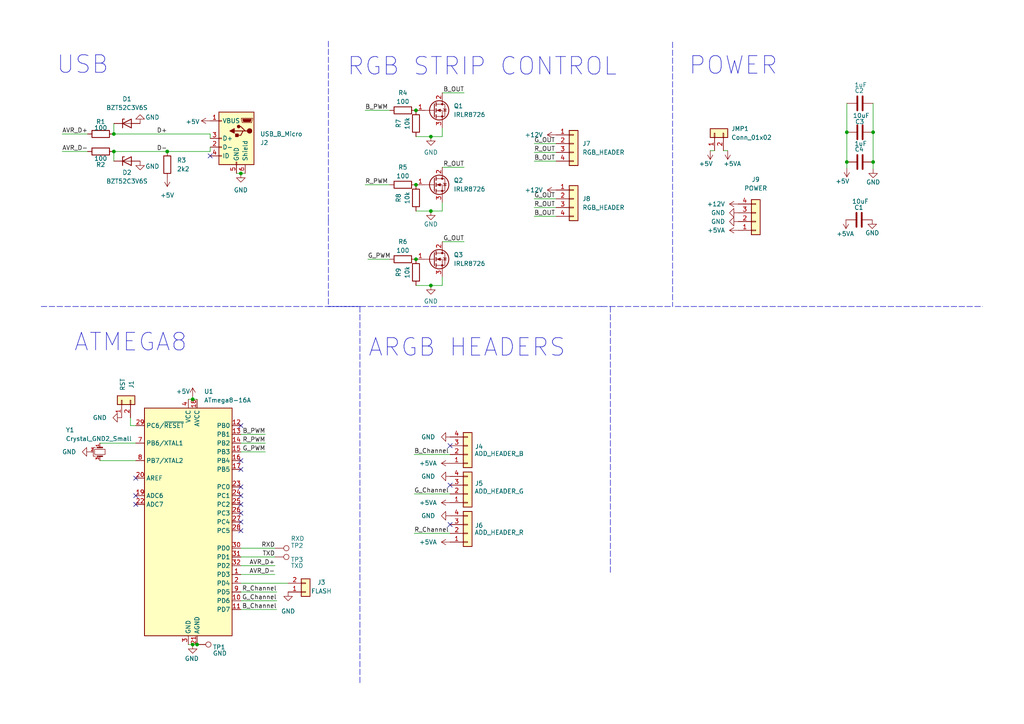
<source format=kicad_sch>
(kicad_sch (version 20211123) (generator eeschema)
  (paper "A4")
  (title_block (title "BlinkStick Advanced") (date "2022-12-22") (rev "1.0") (company "Agile Inovative Ltd & Foxdogface"))
  (lib_symbols
    (symbol "Connector:TestPoint" (pin_numbers hide) (pin_names (offset 0.762) hide)
      (property "Reference" "TP" (at 0 6.858 0))
      (property "Value" "TestPoint" (at 0 5.08 0))
      (symbol "TestPoint_0_1"
        (circle (center 0 3.302) (radius 0.762))
      )
      (symbol "TestPoint_1_1"
        (pin passive line (at 0 0 90) (length 2.54) (name "1") (number "1"))
      )
    )
    (symbol "Connector:USB_B_Micro" (pin_names (offset 1.016))
      (property "Reference" "J" (at -5.08 11.43 0))
      (property "Value" "USB_B_Micro" (at -5.08 8.89 0))
      (symbol "USB_B_Micro_0_1"
        (rectangle (start -5.08 -7.62) (end 5.08 7.62) (stroke (width 0.254)) (fill (type background)))
        (circle (center -3.81 2.159) (radius 0.635) (stroke (width 0.254)) (fill (type outline)))
        (circle (center -0.635 3.429) (radius 0.381) (stroke (width 0.254)) (fill (type outline)))
        (rectangle (start -0.127 -7.62) (end 0.127 -6.858))
        (polyline (pts (xy -1.905 2.159) (xy 0.635 2.159)) (stroke (width 0.254)))
        (polyline (pts (xy -3.175 2.159) (xy -2.54 2.159) (xy -1.27 3.429) (xy -0.635 3.429)) (stroke (width 0.254)))
        (polyline (pts (xy -2.54 2.159) (xy -1.905 2.159) (xy -1.27 0.889) (xy 0 0.889)) (stroke (width 0.254)))
        (polyline (pts (xy 0.635 2.794) (xy 0.635 1.524) (xy 1.905 2.159) (xy 0.635 2.794)) (stroke (width 0.254)) (fill (type outline)))
        (polyline (pts (xy -4.318 5.588) (xy -1.778 5.588) (xy -2.032 4.826) (xy -4.064 4.826) (xy -4.318 5.588)) (fill (type outline)))
        (polyline (pts (xy -4.699 5.842) (xy -4.699 5.588) (xy -4.445 4.826) (xy -4.445 4.572) (xy -1.651 4.572) (xy -1.651 4.826) (xy -1.397 5.588) (xy -1.397 5.842) (xy -4.699 5.842)))
        (rectangle (start 0.254 1.27) (end -0.508 0.508) (stroke (width 0.254)) (fill (type outline)))
        (rectangle (start 5.08 -5.207) (end 4.318 -4.953))
        (rectangle (start 5.08 -2.667) (end 4.318 -2.413))
        (rectangle (start 5.08 -0.127) (end 4.318 0.127))
        (rectangle (start 5.08 4.953) (end 4.318 5.207))
      )
      (symbol "USB_B_Micro_1_1"
        (pin power_out line (at 7.62 5.08 180) (length 2.54) (name "VBUS") (number "1"))
        (pin bidirectional line (at 7.62 -2.54 180) (length 2.54) (name "D-") (number "2"))
        (pin bidirectional line (at 7.62 0 180) (length 2.54) (name "D+") (number "3"))
        (pin passive line (at 7.62 -5.08 180) (length 2.54) (name "ID") (number "4"))
        (pin power_out line (at 0 -10.16 90) (length 2.54) (name "GND") (number "5"))
        (pin passive line (at -2.54 -10.16 90) (length 2.54) (name "Shield") (number "6"))
      )
    )
    (symbol "Connector_Generic:Conn_01x02" (pin_names (offset 1.016) hide)
      (property "Reference" "J" (at 0 2.54 0))
      (property "Value" "Conn_01x02" (at 0 -5.08 0))
      (symbol "Conn_01x02_1_1"
        (rectangle (start -1.27 -2.413) (end 0 -2.667) (stroke (width 0.1524)))
        (rectangle (start -1.27 0.127) (end 0 -0.127) (stroke (width 0.1524)))
        (rectangle (start -1.27 1.27) (end 1.27 -3.81) (stroke (width 0.254)) (fill (type background)))
        (pin passive line (at -5.08 0 0) (length 3.81) (name "Pin_1") (number "1"))
        (pin passive line (at -5.08 -2.54 0) (length 3.81) (name "Pin_2") (number "2"))
      )
    )
    (symbol "Connector_Generic:Conn_01x04" (pin_names (offset 1.016) hide)
      (property "Reference" "J" (at 0 5.08 0))
      (property "Value" "Conn_01x04" (at 0 -7.62 0))
      (symbol "Conn_01x04_1_1"
        (rectangle (start -1.27 -4.953) (end 0 -5.207) (stroke (width 0.1524)))
        (rectangle (start -1.27 -2.413) (end 0 -2.667) (stroke (width 0.1524)))
        (rectangle (start -1.27 0.127) (end 0 -0.127) (stroke (width 0.1524)))
        (rectangle (start -1.27 2.667) (end 0 2.413) (stroke (width 0.1524)))
        (rectangle (start -1.27 3.81) (end 1.27 -6.35) (stroke (width 0.254)) (fill (type background)))
        (pin passive line (at -5.08 2.54 0) (length 3.81) (name "Pin_1") (number "1"))
        (pin passive line (at -5.08 0 0) (length 3.81) (name "Pin_2") (number "2"))
        (pin passive line (at -5.08 -2.54 0) (length 3.81) (name "Pin_3") (number "3"))
        (pin passive line (at -5.08 -5.08 0) (length 3.81) (name "Pin_4") (number "4"))
      )
    )
    (symbol "Device:C" (pin_numbers hide) (pin_names (offset 0.254))
      (property "Reference" "C" (at 0.635 2.54 0))
      (property "Value" "C" (at 0.635 -2.54 0))
      (symbol "C_0_1"
        (polyline (pts (xy -2.032 -0.762) (xy 2.032 -0.762)) (stroke (width 0.508)))
        (polyline (pts (xy -2.032 0.762) (xy 2.032 0.762)) (stroke (width 0.508)))
      )
      (symbol "C_1_1"
        (pin passive line (at 0 3.81 270) (length 2.794) (name "~") (number "1"))
        (pin passive line (at 0 -3.81 90) (length 2.794) (name "~") (number "2"))
      )
    )
    (symbol "Device:Crystal_GND2_Small" (pin_names (offset 1.016) hide)
      (property "Reference" "Y" (at 0 5.08 0))
      (property "Value" "Crystal_GND2_Small" (at 0 3.175 0))
      (symbol "Crystal_GND2_Small_0_1"
        (rectangle (start -0.762 -1.524) (end 0.762 1.524))
        (polyline (pts (xy -1.27 -0.762) (xy -1.27 0.762)) (stroke (width 0.381)))
        (polyline (pts (xy 1.27 -0.762) (xy 1.27 0.762)) (stroke (width 0.381)))
        (polyline (pts (xy -1.27 -1.27) (xy -1.27 -1.905) (xy 1.27 -1.905) (xy 1.27 -1.27)))
      )
      (symbol "Crystal_GND2_Small_1_1"
        (pin passive line (at -2.54 0 0) (length 1.27) (name "1") (number "1"))
        (pin passive line (at 0 -2.54 90) (length 0.635) (name "2") (number "2"))
        (pin passive line (at 2.54 0 180) (length 1.27) (name "3") (number "3"))
      )
    )
    (symbol "Device:R" (pin_numbers hide) (pin_names (offset 0))
      (property "Reference" "R" (at 2.032 0 90))
      (property "Value" "R" (at 0 0 90))
      (symbol "R_0_1"
        (rectangle (start -1.016 -2.54) (end 1.016 2.54) (stroke (width 0.254)))
      )
      (symbol "R_1_1"
        (pin passive line (at 0 3.81 270) (length 1.27) (name "~") (number "1"))
        (pin passive line (at 0 -3.81 90) (length 1.27) (name "~") (number "2"))
      )
    )
    (symbol "Diode:BZT52Bxx" (pin_numbers hide) (pin_names (offset 1.016) hide)
      (property "Reference" "D" (at 0 2.54 0))
      (property "Value" "BZT52Bxx" (at 0 -2.54 0))
      (symbol "BZT52Bxx_0_1"
        (polyline (pts (xy 1.27 0) (xy -1.27 0)))
        (polyline (pts (xy -1.27 -1.27) (xy -1.27 1.27) (xy -0.762 1.27)) (stroke (width 0.254)))
        (polyline (pts (xy 1.27 -1.27) (xy 1.27 1.27) (xy -1.27 0) (xy 1.27 -1.27)) (stroke (width 0.254)))
      )
      (symbol "BZT52Bxx_1_1"
        (pin passive line (at -3.81 0 0) (length 2.54) (name "K") (number "1"))
        (pin passive line (at 3.81 0 180) (length 2.54) (name "A") (number "2"))
      )
    )
    (symbol "GND_1" (power) (pin_names (offset 0))
      (property "Value" "GND_1" (at 0 -3.81 0))
      (symbol "GND_1_0_1"
        (polyline (pts (xy 0 0) (xy 0 -1.27) (xy 1.27 -1.27) (xy 0 -2.54) (xy -1.27 -1.27) (xy 0 -1.27)))
      )
      (symbol "GND_1_1_1"
        (pin power_in line (at 0 0 270) (length 0) hide (name "GND") (number "1"))
      )
    )
    (symbol "MCU_Microchip_ATmega:ATmega8-16A"
      (property "Reference" "U" (at -12.7 34.29 0))
      (property "Value" "ATmega8-16A" (at 5.08 -34.29 0))
      (symbol "ATmega8-16A_0_1"
        (rectangle (start -12.7 -33.02) (end 12.7 33.02) (stroke (width 0.254)) (fill (type background)))
      )
      (symbol "ATmega8-16A_1_1"
        (pin bidirectional line (at 15.24 -15.24 180) (length 2.54) (name "PD3") (number "1"))
        (pin bidirectional line (at 15.24 -22.86 180) (length 2.54) (name "PD6") (number "10"))
        (pin bidirectional line (at 15.24 -25.4 180) (length 2.54) (name "PD7") (number "11"))
        (pin bidirectional line (at 15.24 27.94 180) (length 2.54) (name "PB0") (number "12"))
        (pin bidirectional line (at 15.24 25.4 180) (length 2.54) (name "PB1") (number "13"))
        (pin bidirectional line (at 15.24 22.86 180) (length 2.54) (name "PB2") (number "14"))
        (pin bidirectional line (at 15.24 20.32 180) (length 2.54) (name "PB3") (number "15"))
        (pin bidirectional line (at 15.24 17.78 180) (length 2.54) (name "PB4") (number "16"))
        (pin bidirectional line (at 15.24 15.24 180) (length 2.54) (name "PB5") (number "17"))
        (pin power_in line (at 2.54 35.56 270) (length 2.54) (name "AVCC") (number "18"))
        (pin input line (at -15.24 7.62 0) (length 2.54) (name "ADC6") (number "19"))
        (pin bidirectional line (at 15.24 -17.78 180) (length 2.54) (name "PD4") (number "2"))
        (pin passive line (at -15.24 12.7 0) (length 2.54) (name "AREF") (number "20"))
        (pin power_in line (at 2.54 -35.56 90) (length 2.54) (name "AGND") (number "21"))
        (pin input line (at -15.24 5.08 0) (length 2.54) (name "ADC7") (number "22"))
        (pin bidirectional line (at 15.24 10.16 180) (length 2.54) (name "PC0") (number "23"))
        (pin bidirectional line (at 15.24 7.62 180) (length 2.54) (name "PC1") (number "24"))
        (pin bidirectional line (at 15.24 5.08 180) (length 2.54) (name "PC2") (number "25"))
        (pin bidirectional line (at 15.24 2.54 180) (length 2.54) (name "PC3") (number "26"))
        (pin bidirectional line (at 15.24 0 180) (length 2.54) (name "PC4") (number "27"))
        (pin bidirectional line (at 15.24 -2.54 180) (length 2.54) (name "PC5") (number "28"))
        (pin bidirectional line (at -15.24 27.94 0) (length 2.54) (name "PC6/~{RESET}") (number "29"))
        (pin power_in line (at 0 -35.56 90) (length 2.54) (name "GND") (number "3"))
        (pin bidirectional line (at 15.24 -7.62 180) (length 2.54) (name "PD0") (number "30"))
        (pin bidirectional line (at 15.24 -10.16 180) (length 2.54) (name "PD1") (number "31"))
        (pin bidirectional line (at 15.24 -12.7 180) (length 2.54) (name "PD2") (number "32"))
        (pin power_in line (at 0 35.56 270) (length 2.54) (name "VCC") (number "4"))
        (pin passive line (at 0 -35.56 90) (length 2.54) hide (name "GND") (number "5"))
        (pin passive line (at 0 35.56 270) (length 2.54) hide (name "VCC") (number "6"))
        (pin bidirectional line (at -15.24 22.86 0) (length 2.54) (name "PB6/XTAL1") (number "7"))
        (pin bidirectional line (at -15.24 17.78 0) (length 2.54) (name "PB7/XTAL2") (number "8"))
        (pin bidirectional line (at 15.24 -20.32 180) (length 2.54) (name "PD5") (number "9"))
      )
    )
    (symbol "Transistor_FET:IRLR8726" (pin_names hide)
      (property "Reference" "Q" (at 5.08 1.905 0))
      (property "Value" "IRLR8726" (at 5.08 0 0))
      (symbol "IRLR8726_0_1"
        (polyline (pts (xy 0.254 0) (xy -2.54 0)))
        (polyline (pts (xy 0.254 1.905) (xy 0.254 -1.905)) (stroke (width 0.254)))
        (polyline (pts (xy 0.762 -1.27) (xy 0.762 -2.286)) (stroke (width 0.254)))
        (polyline (pts (xy 0.762 0.508) (xy 0.762 -0.508)) (stroke (width 0.254)))
        (polyline (pts (xy 0.762 2.286) (xy 0.762 1.27)) (stroke (width 0.254)))
        (polyline (pts (xy 2.54 2.54) (xy 2.54 1.778)))
        (polyline (pts (xy 2.54 -2.54) (xy 2.54 0) (xy 0.762 0)))
        (polyline (pts (xy 0.762 -1.778) (xy 3.302 -1.778) (xy 3.302 1.778) (xy 0.762 1.778)))
        (polyline (pts (xy 1.016 0) (xy 2.032 0.381) (xy 2.032 -0.381) (xy 1.016 0)) (fill (type outline)))
        (polyline (pts (xy 2.794 0.508) (xy 2.921 0.381) (xy 3.683 0.381) (xy 3.81 0.254)))
        (polyline (pts (xy 3.302 0.381) (xy 2.921 -0.254) (xy 3.683 -0.254) (xy 3.302 0.381)))
        (circle (center 1.651 0) (radius 2.794) (stroke (width 0.254)))
        (circle (center 2.54 -1.778) (radius 0.254) (fill (type outline)))
        (circle (center 2.54 1.778) (radius 0.254) (fill (type outline)))
      )
      (symbol "IRLR8726_1_1"
        (pin passive line (at -5.08 0 0) (length 2.54) (name "G") (number "1"))
        (pin passive line (at 2.54 5.08 270) (length 2.54) (name "D") (number "2"))
        (pin passive line (at 2.54 -5.08 90) (length 2.54) (name "S") (number "3"))
      )
    )
    (symbol "power:+12V" (power) (pin_names (offset 0))
      (property "Value" "+12V" (at 0 3.556 0))
      (symbol "+12V_0_1"
        (polyline (pts (xy -0.762 1.27) (xy 0 2.54)))
        (polyline (pts (xy 0 0) (xy 0 2.54)))
        (polyline (pts (xy 0 2.54) (xy 0.762 1.27)))
      )
      (symbol "+12V_1_1"
        (pin power_in line (at 0 0 90) (length 0) hide (name "+12V") (number "1"))
      )
    )
    (symbol "power:+5V" (power) (pin_names (offset 0))
      (property "Value" "+5V" (at 0 3.556 0))
      (symbol "+5V_0_1"
        (polyline (pts (xy -0.762 1.27) (xy 0 2.54)))
        (polyline (pts (xy 0 0) (xy 0 2.54)))
        (polyline (pts (xy 0 2.54) (xy 0.762 1.27)))
      )
      (symbol "+5V_1_1"
        (pin power_in line (at 0 0 90) (length 0) hide (name "+5V") (number "1"))
      )
    )
    (symbol "power:+5VA" (power) (pin_names (offset 0))
      (property "Value" "+5VA" (at 0 3.556 0))
      (symbol "+5VA_0_1"
        (polyline (pts (xy -0.762 1.27) (xy 0 2.54)))
        (polyline (pts (xy 0 0) (xy 0 2.54)))
        (polyline (pts (xy 0 2.54) (xy 0.762 1.27)))
      )
      (symbol "+5VA_1_1"
        (pin power_in line (at 0 0 90) (length 0) hide (name "+5VA") (number "1"))
      )
    )
    (symbol "power:GND" (power) (pin_names (offset 0))
      (property "Value" "GND" (at 0 -3.81 0))
      (symbol "GND_0_1"
        (polyline (pts (xy 0 0) (xy 0 -1.27) (xy 1.27 -1.27) (xy 0 -2.54) (xy -1.27 -1.27) (xy 0 -1.27)))
      )
      (symbol "GND_1_1"
        (pin power_in line (at 0 0 270) (length 0) hide (name "GND") (number "1"))
      )
    )
  )
  (junction (at 124.968 39.624))
  (junction (at 253.238 46.99))
  (junction (at 33.02 43.942))
  (junction (at 120.65 53.594))
  (junction (at 120.65 32.004))
  (junction (at 245.618 46.99))
  (junction (at 55.88 115.824))
  (junction (at 253.238 38.354))
  (junction (at 69.85 50.292))
  (junction (at 48.514 43.942))
  (junction (at 124.968 82.804))
  (junction (at 245.618 38.354))
  (junction (at 33.02 38.862))
  (junction (at 57.15 186.944))
  (junction (at 120.65 75.184))
  (junction (at 55.88 186.944))
  (junction (at 124.968 61.214))
  (no_connect (at 130.556 152.146))
  (no_connect (at 130.556 140.716))
  (no_connect (at 130.556 129.286))
  (no_connect (at 60.96 45.212))
  (no_connect (at 69.85 151.384))
  (no_connect (at 69.85 146.304))
  (no_connect (at 69.85 148.844))
  (no_connect (at 69.85 143.764))
  (no_connect (at 69.85 153.924))
  (no_connect (at 39.37 146.304))
  (no_connect (at 39.37 143.764))
  (no_connect (at 39.37 138.684))
  (no_connect (at 69.85 141.224))
  (no_connect (at 69.85 136.144))
  (no_connect (at 69.85 133.604))
  (no_connect (at 69.85 123.444))
  (wire (pts (xy 69.85 159.004) (xy 79.756 159.004)))
  (wire (pts (xy 120.142 154.686) (xy 130.556 154.686)))
  (wire (pts (xy 37.846 123.444) (xy 39.37 123.444)))
  (wire (pts (xy 69.85 164.084) (xy 79.756 164.084)))
  (wire (pts (xy 253.238 29.972) (xy 253.238 38.354)))
  (wire (pts (xy 28.956 133.604) (xy 39.37 133.604)))
  (polyline (pts (xy 195.072 12.192) (xy 195.072 88.9)))
  (wire (pts (xy 124.968 39.624) (xy 128.27 39.624)))
  (wire (pts (xy 33.02 46.736) (xy 33.02 43.942)))
  (wire (pts (xy 154.94 46.736) (xy 161.29 46.736)))
  (wire (pts (xy 154.94 60.198) (xy 161.29 60.198)))
  (wire (pts (xy 25.4 43.942) (xy 18.034 43.942)))
  (polyline (pts (xy 95.25 63.754) (xy 95.25 88.9)))
  (wire (pts (xy 80.264 171.704) (xy 69.85 171.704)))
  (wire (pts (xy 69.85 50.292) (xy 71.12 50.292)))
  (wire (pts (xy 124.968 82.804) (xy 128.27 82.804)))
  (wire (pts (xy 154.94 62.738) (xy 161.29 62.738)))
  (wire (pts (xy 106.68 75.184) (xy 113.03 75.184)))
  (wire (pts (xy 60.96 40.132) (xy 60.96 38.862)))
  (wire (pts (xy 69.85 161.544) (xy 79.756 161.544)))
  (wire (pts (xy 245.618 29.972) (xy 245.618 38.354)))
  (wire (pts (xy 68.58 50.292) (xy 69.85 50.292)))
  (wire (pts (xy 76.962 125.984) (xy 69.85 125.984)))
  (wire (pts (xy 120.65 61.214) (xy 124.968 61.214)))
  (polyline (pts (xy 11.938 88.9) (xy 104.394 88.9)))
  (wire (pts (xy 245.618 46.99) (xy 245.618 48.768)))
  (wire (pts (xy 54.61 186.944) (xy 55.88 186.944)))
  (polyline (pts (xy 195.834 88.9) (xy 284.988 88.9)))
  (wire (pts (xy 25.4 38.862) (xy 18.034 38.862)))
  (wire (pts (xy 245.618 38.354) (xy 245.618 46.99)))
  (wire (pts (xy 69.85 166.624) (xy 79.756 166.624)))
  (polyline (pts (xy 177.038 88.9) (xy 177.038 166.116)))
  (wire (pts (xy 154.94 41.656) (xy 161.29 41.656)))
  (wire (pts (xy 128.27 61.214) (xy 128.27 58.674)))
  (polyline (pts (xy 95.25 11.938) (xy 95.25 63.754)))
  (wire (pts (xy 124.968 61.214) (xy 128.27 61.214)))
  (wire (pts (xy 253.238 38.354) (xy 253.238 46.99)))
  (wire (pts (xy 128.27 82.804) (xy 128.27 80.264)))
  (wire (pts (xy 105.918 32.004) (xy 113.03 32.004)))
  (polyline (pts (xy 104.394 88.9) (xy 104.394 198.12)))
  (wire (pts (xy 76.962 128.524) (xy 69.85 128.524)))
  (wire (pts (xy 76.962 131.064) (xy 69.85 131.064)))
  (wire (pts (xy 80.264 176.784) (xy 69.85 176.784)))
  (polyline (pts (xy 174.498 88.9) (xy 195.072 88.9)))
  (polyline (pts (xy 95.25 88.9) (xy 174.498 88.9)))
  (wire (pts (xy 154.94 44.196) (xy 161.29 44.196)))
  (wire (pts (xy 205.994 43.688) (xy 207.264 43.688)))
  (wire (pts (xy 154.94 57.658) (xy 161.29 57.658)))
  (wire (pts (xy 33.02 35.814) (xy 33.02 38.862)))
  (wire (pts (xy 54.61 115.824) (xy 55.88 115.824)))
  (wire (pts (xy 120.142 131.826) (xy 130.556 131.826)))
  (wire (pts (xy 134.62 26.924) (xy 128.27 26.924)))
  (wire (pts (xy 120.65 82.804) (xy 124.968 82.804)))
  (wire (pts (xy 105.918 53.594) (xy 113.03 53.594)))
  (wire (pts (xy 69.85 169.164) (xy 83.566 169.164)))
  (wire (pts (xy 80.264 174.244) (xy 69.85 174.244)))
  (wire (pts (xy 209.804 43.688) (xy 211.074 43.688)))
  (wire (pts (xy 134.62 48.514) (xy 128.27 48.514)))
  (wire (pts (xy 128.27 39.624) (xy 128.27 37.084)))
  (wire (pts (xy 55.88 115.062) (xy 55.88 115.824)))
  (wire (pts (xy 55.88 186.944) (xy 57.15 186.944)))
  (wire (pts (xy 120.65 39.624) (xy 124.968 39.624)))
  (wire (pts (xy 253.238 46.99) (xy 253.238 49.022)))
  (wire (pts (xy 28.956 128.524) (xy 39.37 128.524)))
  (wire (pts (xy 60.96 43.942) (xy 48.514 43.942)))
  (wire (pts (xy 48.514 43.942) (xy 33.02 43.942)))
  (wire (pts (xy 60.96 43.942) (xy 60.96 42.672)))
  (wire (pts (xy 33.02 38.862) (xy 60.96 38.862)))
  (wire (pts (xy 134.62 70.104) (xy 128.27 70.104)))
  (wire (pts (xy 120.142 143.256) (xy 130.556 143.256)))
  (wire (pts (xy 55.88 115.824) (xy 57.15 115.824)))
  (wire (pts (xy 37.846 121.158) (xy 37.846 123.444)))
  (text "RGB STRIP CONTROL\n" (at 100.584 22.352 0) (effects (font (size 5.08 5.08)) (justify left bottom)))
  (text "POWER" (at 199.644 22.098 0) (effects (font (size 5.08 5.08)) (justify left bottom)))
  (text "ATMEGA8" (at 21.336 102.362 0) (effects (font (size 5.08 5.08)) (justify left bottom)))
  (text "USB\n" (at 16.256 21.844 0) (effects (font (size 5.08 5.08)) (justify left bottom)))
  (text "ARGB HEADERS" (at 106.68 103.886 0) (effects (font (size 5.08 5.08)) (justify left bottom)))
  (label "AVR_D+" (at 79.756 164.084 180))
  (label "R_OUT" (at 134.62 48.514 180))
  (label "G_OUT" (at 154.94 41.656 0))
  (label "B_PWM" (at 105.918 32.004 0))
  (label "R_Channel" (at 120.142 154.686 0))
  (label "R_PWM" (at 76.962 128.524 180))
  (label "G_OUT" (at 154.94 57.658 0))
  (label "AVR_D+" (at 18.034 38.862 0))
  (label "B_Channel" (at 120.142 131.826 0))
  (label "B_OUT" (at 134.62 26.924 180))
  (label "AVR_D-" (at 79.756 166.624 180))
  (label "RXD" (at 79.756 159.004 180))
  (label "G_OUT" (at 134.62 70.104 180))
  (label "AVR_D-" (at 18.034 43.942 0))
  (label "R_OUT" (at 154.94 60.198 0))
  (label "G_PWM" (at 76.962 131.064 180))
  (label "R_Channel" (at 80.264 171.704 180))
  (label "D-" (at 48.514 43.942 180))
  (label "R_PWM" (at 105.918 53.594 0))
  (label "TXD" (at 79.756 161.544 180))
  (label "B_Channel" (at 80.264 176.784 180))
  (label "B_OUT" (at 154.94 46.736 0))
  (label "G_Channel" (at 120.142 143.256 0))
  (label "D+" (at 48.514 38.862 180))
  (label "R_OUT" (at 154.94 44.196 0))
  (label "G_PWM" (at 106.68 75.184 0))
  (label "B_PWM" (at 76.962 125.984 180))
  (label "G_Channel" (at 80.264 174.244 180))
  (label "B_OUT" (at 154.94 62.738 0))
  (symbol (lib_id "Connector_Generic:Conn_01x04") (at 135.636 154.686 0) (mirror x) (unit 1)
    (property "Reference" "J6" (at 138.938 152.4 0))
    (property "Value" "ADD_HEADER_R" (at 144.78 154.432 0))
    (property "Footprint" "Connector_PinHeader_2.54mm:PinHeader_1x04_P2.54mm_Vertical" (effects hide))
  )
  (symbol (lib_id "power:GND") (at 214.122 64.262 270) (unit 1)
    (property "Reference" "#PWR026" (effects hide))
    (property "Value" "GND" (at 210.312 64.2619 90) (effects (justify right)))
  )
  (symbol (lib_name "GND_1") (lib_id "power:GND") (at 83.566 171.704 0) (mirror y) (unit 1)
    (property "Reference" "#PWR010" (effects hide))
    (property "Value" "GND" (at 83.566 177.292 0))
  )
  (symbol (lib_id "Transistor_FET:IRLR8726") (at 125.73 53.594 0) (unit 1)
    (property "Reference" "Q2" (at 131.572 52.3239 0) (effects (justify left)))
    (property "Value" "IRLR8726" (at 131.572 54.8639 0) (effects (justify left)))
    (property "Footprint" "Package_TO_SOT_SMD:TO-263-2" (effects hide))
    (property "Datasheet" "https://datasheet.lcsc.com/lcsc/1804242120_Infineon-Technologies-IRLR8726TRPBF_C81137.pdf" (effects hide))
  )
  (symbol (lib_id "power:GND") (at 35.306 121.158 270) (unit 1)
    (property "Reference" "#PWR02" (effects hide))
    (property "Value" "GND" (at 30.988 121.1579 90) (effects (justify right)))
  )
  (symbol (lib_id "power:+5VA") (at 130.556 145.796 90) (unit 1)
    (property "Reference" "#PWR017" (effects hide))
    (property "Value" "+5VA" (at 126.746 145.7959 90) (effects (justify left)))
  )
  (symbol (lib_id "power:+12V") (at 161.29 55.118 90) (unit 1)
    (property "Reference" "#PWR021" (effects hide))
    (property "Value" "+12V" (at 157.48 55.1179 90) (effects (justify left)))
  )
  (symbol (lib_id "power:+12V") (at 214.122 59.182 90) (unit 1)
    (property "Reference" "#PWR024" (effects hide))
    (property "Value" "+12V" (at 210.312 59.1819 90) (effects (justify left)))
  )
  (symbol (lib_id "MCU_Microchip_ATmega:ATmega8-16A") (at 54.61 151.384 0) (unit 1)
    (property "Reference" "U1" (at 59.1694 113.538 0) (effects (justify left)))
    (property "Value" "ATmega8-16A" (at 59.1694 116.078 0) (effects (justify left)))
    (property "Footprint" "Package_QFP:TQFP-32_7x7mm_P0.8mm" (effects hide))
    (property "Datasheet" "http://ww1.microchip.com/downloads/en/DeviceDoc/atmel-2486-8-bit-avr-microcontroller-atmega8_l_datasheet.pdf" (effects hide))
  )
  (symbol (lib_id "Device:R") (at 116.84 75.184 90) (unit 1)
    (property "Reference" "R6" (at 116.84 70.104 90))
    (property "Value" "100" (at 116.84 72.644 90))
    (property "Footprint" "Resistor_SMD:R_0603_1608Metric_Pad0.98x0.95mm_HandSolder" (effects hide))
  )
  (symbol (lib_id "power:GND") (at 40.64 35.814 180) (unit 1)
    (property "Reference" "#PWR03" (effects hide))
    (property "Value" "GND" (at 42.164 34.036 0) (effects (justify right)))
  )
  (symbol (lib_id "Connector:TestPoint") (at 79.756 159.004 270) (unit 1)
    (property "Reference" "TP2" (at 84.328 158.242 90) (effects (justify left)))
    (property "Value" "RXD" (at 84.328 156.2101 90) (effects (justify left)))
    (property "Footprint" "TestPoint:TestPoint_Pad_D1.5mm" (effects hide))
  )
  (symbol (lib_id "power:GND") (at 130.556 138.176 270) (unit 1)
    (property "Reference" "#PWR016" (effects hide))
    (property "Value" "GND" (at 126.238 138.1759 90) (effects (justify right)))
  )
  (symbol (lib_id "Device:R") (at 116.84 32.004 90) (unit 1)
    (property "Reference" "R4" (at 116.84 26.924 90))
    (property "Value" "100" (at 116.84 29.464 90))
    (property "Footprint" "Resistor_SMD:R_0603_1608Metric_Pad0.98x0.95mm_HandSolder" (effects hide))
  )
  (symbol (lib_id "Device:C") (at 249.428 29.972 270) (unit 1)
    (property "Reference" "C2" (at 250.571 26.289 90) (effects (justify right)))
    (property "Value" "1uF" (at 251.46 24.638 90) (effects (justify right)))
    (property "Footprint" "Capacitor_SMD:C_0603_1608Metric_Pad1.08x0.95mm_HandSolder" (effects hide))
  )
  (symbol (lib_id "Device:Crystal_GND2_Small") (at 28.956 131.064 270) (unit 1)
    (property "Reference" "Y1" (at 19.05 124.714 90) (effects (justify left)))
    (property "Value" "Crystal_GND2_Small" (at 19.05 127.254 90) (effects (justify left)))
    (property "Footprint" "Crystal:Resonator_SMD_Murata_CSTxExxV-3Pin_3.0x1.1mm" (effects hide))
  )
  (symbol (lib_id "power:GND") (at 252.984 63.754 0) (unit 1)
    (property "Reference" "#PWR030" (effects hide))
    (property "Value" "GND" (at 250.952 67.564 0) (effects (justify left)))
  )
  (symbol (lib_id "power:GND") (at 124.968 82.804 0) (unit 1)
    (property "Reference" "#PWR013" (effects hide))
    (property "Value" "GND" (at 124.968 87.376 0))
  )
  (symbol (lib_id "power:GND") (at 124.968 61.214 0) (unit 1)
    (property "Reference" "#PWR012" (effects hide))
    (property "Value" "GND" (at 124.968 65.024 0))
  )
  (symbol (lib_id "Connector_Generic:Conn_01x04") (at 166.37 41.656 0) (unit 1)
    (property "Reference" "J7" (at 168.91 41.6559 0) (effects (justify left)))
    (property "Value" "RGB_HEADER" (at 168.91 44.1959 0) (effects (justify left)))
    (property "Footprint" "Connector_PinHeader_2.54mm:PinHeader_1x04_P2.54mm_Vertical" (effects hide))
  )
  (symbol (lib_id "power:GND") (at 69.85 50.292 0) (mirror y) (unit 1)
    (property "Reference" "#PWR09" (effects hide))
    (property "Value" "GND" (at 69.85 55.118 0))
  )
  (symbol (lib_id "power:+5V") (at 55.88 115.062 0) (unit 1)
    (property "Reference" "#PWR06" (effects hide))
    (property "Value" "+5V" (at 51.054 113.538 0) (effects (justify left)))
  )
  (symbol (lib_id "power:+5V") (at 245.618 48.768 180) (unit 1)
    (property "Reference" "#PWR029" (effects hide))
    (property "Value" "+5V" (at 244.348 52.578 0))
  )
  (symbol (lib_id "Connector:TestPoint") (at 57.15 186.944 270) (unit 1)
    (property "Reference" "TP1" (at 61.722 187.7059 90) (effects (justify left)))
    (property "Value" "GND" (at 61.722 189.484 90) (effects (justify left)))
    (property "Footprint" "TestPoint:TestPoint_Pad_D1.5mm" (effects hide))
  )
  (symbol (lib_id "power:GND") (at 124.968 39.624 0) (unit 1)
    (property "Reference" "#PWR011" (effects hide))
    (property "Value" "GND" (at 124.968 44.196 0))
  )
  (symbol (lib_id "power:+5VA") (at 245.364 63.754 180) (unit 1)
    (property "Reference" "#PWR028" (effects hide))
    (property "Value" "+5VA" (at 242.57 67.818 0) (effects (justify right)))
  )
  (symbol (lib_id "Diode:BZT52Bxx") (at 36.83 46.736 0) (unit 1)
    (property "Reference" "D2" (at 36.83 50.038 0))
    (property "Value" "BZT52C3V6S" (at 36.83 52.578 0))
    (property "Footprint" "Diode_SMD:D_SOD-323" (effects hide))
    (property "Datasheet" "https://diotec.com/tl_files/diotec/files/pdf/datasheets/bzt52b2v4.pdf" (effects hide))
  )
  (symbol (lib_id "Device:C") (at 249.174 63.754 270) (unit 1)
    (property "Reference" "C1" (at 250.444 60.198 90) (effects (justify right)))
    (property "Value" "10uF" (at 251.968 58.42 90) (effects (justify right)))
    (property "Footprint" "Capacitor_SMD:C_0603_1608Metric_Pad1.08x0.95mm_HandSolder" (effects hide))
  )
  (symbol (lib_id "Device:C") (at 249.428 46.99 270) (unit 1)
    (property "Reference" "C4" (at 250.571 43.307 90) (effects (justify right)))
    (property "Value" "1uF" (at 251.46 41.656 90) (effects (justify right)))
    (property "Footprint" "Capacitor_SMD:C_0603_1608Metric_Pad1.08x0.95mm_HandSolder" (effects hide))
  )
  (symbol (lib_id "Device:R") (at 29.21 38.862 90) (unit 1)
    (property "Reference" "R1" (at 29.21 35.306 90))
    (property "Value" "100" (at 29.21 37.084 90))
    (property "Footprint" "Resistor_SMD:R_0603_1608Metric_Pad0.98x0.95mm_HandSolder" (effects hide))
  )
  (symbol (lib_id "power:GND") (at 55.88 186.944 0) (unit 1)
    (property "Reference" "#PWR07" (effects hide))
    (property "Value" "GND" (at 55.626 191.008 0))
  )
  (symbol (lib_id "Connector_Generic:Conn_01x04") (at 135.636 143.256 0) (mirror x) (unit 1)
    (property "Reference" "J5" (at 138.938 140.208 0))
    (property "Value" "ADD_HEADER_G" (at 144.78 142.494 0))
    (property "Footprint" "Connector_PinHeader_2.54mm:PinHeader_1x04_P2.54mm_Vertical" (effects hide))
  )
  (symbol (lib_id "power:+5VA") (at 130.556 157.226 90) (unit 1)
    (property "Reference" "#PWR019" (effects hide))
    (property "Value" "+5VA" (at 126.746 157.2259 90) (effects (justify left)))
  )
  (symbol (lib_id "power:GND") (at 40.64 46.736 0) (unit 1)
    (property "Reference" "#PWR04" (effects hide))
    (property "Value" "GND" (at 44.196 48.26 0))
  )
  (symbol (lib_id "power:+5VA") (at 214.122 66.802 90) (unit 1)
    (property "Reference" "#PWR027" (effects hide))
    (property "Value" "+5VA" (at 210.312 66.8019 90) (effects (justify left)))
  )
  (symbol (lib_id "Connector_Generic:Conn_01x02") (at 35.306 116.078 90) (unit 1)
    (property "Reference" "J1" (at 38.1 111.506 0))
    (property "Value" "RST" (at 35.56 111.506 0))
    (property "Footprint" "Connector_PinHeader_2.54mm:PinHeader_1x02_P2.54mm_Vertical" (effects hide))
  )
  (symbol (lib_id "power:GND") (at 253.238 49.022 0) (unit 1)
    (property "Reference" "#PWR031" (effects hide))
    (property "Value" "GND" (at 251.206 52.832 0) (effects (justify left)))
  )
  (symbol (lib_id "Connector_Generic:Conn_01x04") (at 219.202 64.262 0) (mirror x) (unit 1)
    (property "Reference" "J9" (at 219.202 52.07 0))
    (property "Value" "POWER" (at 219.202 54.61 0))
    (property "Footprint" "Connector_JST:JST_XH_B4B-XH-A_1x04_P2.50mm_Vertical" (effects hide))
  )
  (symbol (lib_id "power:+5V") (at 60.96 35.052 90) (mirror x) (unit 1)
    (property "Reference" "#PWR08" (effects hide))
    (property "Value" "+5V" (at 57.912 35.306 90) (effects (justify left)))
  )
  (symbol (lib_id "power:GND") (at 130.556 126.746 270) (unit 1)
    (property "Reference" "#PWR014" (effects hide))
    (property "Value" "GND" (at 126.238 126.7459 90) (effects (justify right)))
  )
  (symbol (lib_id "Connector_Generic:Conn_01x02") (at 207.264 38.608 90) (unit 1)
    (property "Reference" "JMP1" (at 212.09 37.3379 90) (effects (justify right)))
    (property "Value" "Conn_01x02" (at 212.09 39.8779 90) (effects (justify right)))
    (property "Footprint" "Connector_PinHeader_2.54mm:PinHeader_1x02_P2.54mm_Vertical" (effects hide))
  )
  (symbol (lib_id "Device:R") (at 29.21 43.942 90) (unit 1)
    (property "Reference" "R2" (at 29.21 47.752 90))
    (property "Value" "100" (at 29.21 45.974 90))
    (property "Footprint" "Resistor_SMD:R_0603_1608Metric_Pad0.98x0.95mm_HandSolder" (effects hide))
  )
  (symbol (lib_id "Connector_Generic:Conn_01x02") (at 88.646 171.704 0) (mirror x) (unit 1)
    (property "Reference" "J3" (at 93.218 168.91 0))
    (property "Value" "FLASH" (at 93.218 171.45 0))
    (property "Footprint" "Connector_PinHeader_2.54mm:PinHeader_1x02_P2.54mm_Vertical" (effects hide))
  )
  (symbol (lib_id "Device:R") (at 120.65 35.814 180) (unit 1)
    (property "Reference" "R7" (at 115.57 35.814 90))
    (property "Value" "10k" (at 118.11 35.814 90))
    (property "Footprint" "Resistor_SMD:R_0603_1608Metric_Pad0.98x0.95mm_HandSolder" (effects hide))
  )
  (symbol (lib_id "Device:R") (at 116.84 53.594 90) (unit 1)
    (property "Reference" "R5" (at 116.84 48.514 90))
    (property "Value" "100" (at 116.84 51.054 90))
    (property "Footprint" "Resistor_SMD:R_0603_1608Metric_Pad0.98x0.95mm_HandSolder" (effects hide))
  )
  (symbol (lib_id "Connector_Generic:Conn_01x04") (at 135.636 131.826 0) (mirror x) (unit 1)
    (property "Reference" "J4" (at 138.938 129.54 0))
    (property "Value" "ADD_HEADER_B" (at 144.78 131.572 0))
    (property "Footprint" "Connector_PinHeader_2.54mm:PinHeader_1x04_P2.54mm_Vertical" (effects hide))
  )
  (symbol (lib_id "Transistor_FET:IRLR8726") (at 125.73 32.004 0) (unit 1)
    (property "Reference" "Q1" (at 131.572 30.7339 0) (effects (justify left)))
    (property "Value" "IRLR8726" (at 131.572 33.2739 0) (effects (justify left)))
    (property "Footprint" "Package_TO_SOT_SMD:TO-263-2" (effects hide))
    (property "Datasheet" "https://datasheet.lcsc.com/lcsc/1804242120_Infineon-Technologies-IRLR8726TRPBF_C81137.pdf" (effects hide))
  )
  (symbol (lib_id "Transistor_FET:IRLR8726") (at 125.73 75.184 0) (unit 1)
    (property "Reference" "Q3" (at 131.572 73.9139 0) (effects (justify left)))
    (property "Value" "IRLR8726" (at 131.572 76.4539 0) (effects (justify left)))
    (property "Footprint" "Package_TO_SOT_SMD:TO-263-2" (effects hide))
    (property "Datasheet" "https://datasheet.lcsc.com/lcsc/1804242120_Infineon-Technologies-IRLR8726TRPBF_C81137.pdf" (effects hide))
  )
  (symbol (lib_id "power:+12V") (at 161.29 39.116 90) (unit 1)
    (property "Reference" "#PWR020" (effects hide))
    (property "Value" "+12V" (at 157.48 39.1159 90) (effects (justify left)))
  )
  (symbol (lib_id "power:GND") (at 26.416 131.064 270) (unit 1)
    (property "Reference" "#PWR01" (effects hide))
    (property "Value" "GND" (at 22.098 131.0639 90) (effects (justify right)))
  )
  (symbol (lib_id "Connector:TestPoint") (at 79.756 161.544 270) (unit 1)
    (property "Reference" "TP3" (at 84.328 162.3059 90) (effects (justify left)))
    (property "Value" "TXD" (at 84.328 164.084 90) (effects (justify left)))
    (property "Footprint" "TestPoint:TestPoint_Pad_D1.5mm" (effects hide))
  )
  (symbol (lib_id "Device:R") (at 120.65 78.994 180) (unit 1)
    (property "Reference" "R9" (at 115.57 78.994 90))
    (property "Value" "10k" (at 118.11 78.994 90))
    (property "Footprint" "Resistor_SMD:R_0603_1608Metric_Pad0.98x0.95mm_HandSolder" (effects hide))
  )
  (symbol (lib_id "power:GND") (at 214.122 61.722 270) (unit 1)
    (property "Reference" "#PWR025" (effects hide))
    (property "Value" "GND" (at 210.312 61.7219 90) (effects (justify right)))
  )
  (symbol (lib_id "Device:R") (at 48.514 47.752 0) (unit 1)
    (property "Reference" "R3" (at 51.308 46.4819 0) (effects (justify left)))
    (property "Value" "2k2" (at 51.308 49.0219 0) (effects (justify left)))
    (property "Footprint" "Resistor_SMD:R_0603_1608Metric_Pad0.98x0.95mm_HandSolder" (effects hide))
  )
  (symbol (lib_id "power:+5VA") (at 130.556 134.366 90) (unit 1)
    (property "Reference" "#PWR015" (effects hide))
    (property "Value" "+5VA" (at 126.746 134.3659 90) (effects (justify left)))
  )
  (symbol (lib_id "Device:R") (at 120.65 57.404 180) (unit 1)
    (property "Reference" "R8" (at 115.57 57.404 90))
    (property "Value" "10k" (at 118.11 57.404 90))
    (property "Footprint" "Resistor_SMD:R_0603_1608Metric_Pad0.98x0.95mm_HandSolder" (effects hide))
  )
  (symbol (lib_id "Diode:BZT52Bxx") (at 36.83 35.814 0) (unit 1)
    (property "Reference" "D1" (at 36.83 28.702 0))
    (property "Value" "BZT52C3V6S" (at 36.83 31.242 0))
    (property "Footprint" "Diode_SMD:D_SOD-323" (effects hide))
    (property "Datasheet" "https://diotec.com/tl_files/diotec/files/pdf/datasheets/bzt52b2v4.pdf" (effects hide))
  )
  (symbol (lib_id "Connector_Generic:Conn_01x04") (at 166.37 57.658 0) (unit 1)
    (property "Reference" "J8" (at 168.91 57.6579 0) (effects (justify left)))
    (property "Value" "RGB_HEADER" (at 168.91 60.1979 0) (effects (justify left)))
    (property "Footprint" "Connector_PinHeader_2.54mm:PinHeader_1x04_P2.54mm_Vertical" (effects hide))
  )
  (symbol (lib_id "power:+5V") (at 205.994 43.688 180) (unit 1)
    (property "Reference" "#PWR022" (effects hide))
    (property "Value" "+5V" (at 204.724 47.498 0))
  )
  (symbol (lib_id "power:+5VA") (at 211.074 43.688 180) (unit 1)
    (property "Reference" "#PWR023" (effects hide))
    (property "Value" "+5VA" (at 209.804 47.498 0) (effects (justify right)))
  )
  (symbol (lib_id "Connector:USB_B_Micro") (at 68.58 40.132 0) (mirror y) (unit 1)
    (property "Reference" "J2" (at 75.438 41.4021 0) (effects (justify right)))
    (property "Value" "USB_B_Micro" (at 75.438 38.8621 0) (effects (justify right)))
    (property "Footprint" "Connector_USB:USB_Micro-B_Molex-105017-0001" (effects hide))
  )
  (symbol (lib_id "power:GND") (at 130.556 149.606 270) (unit 1)
    (property "Reference" "#PWR018" (effects hide))
    (property "Value" "GND" (at 126.238 149.6059 90) (effects (justify right)))
  )
  (symbol (lib_id "Device:C") (at 249.428 38.354 270) (unit 1)
    (property "Reference" "C3" (at 250.698 35.306 90) (effects (justify right)))
    (property "Value" "10uF" (at 252.222 33.528 90) (effects (justify right)))
    (property "Footprint" "Capacitor_SMD:C_0603_1608Metric_Pad1.08x0.95mm_HandSolder" (effects hide))
  )
  (symbol (lib_id "power:+5V") (at 48.514 51.562 180) (unit 1)
    (property "Reference" "#PWR05" (effects hide))
    (property "Value" "+5V" (at 48.514 56.642 0))
  )
)
</source>
